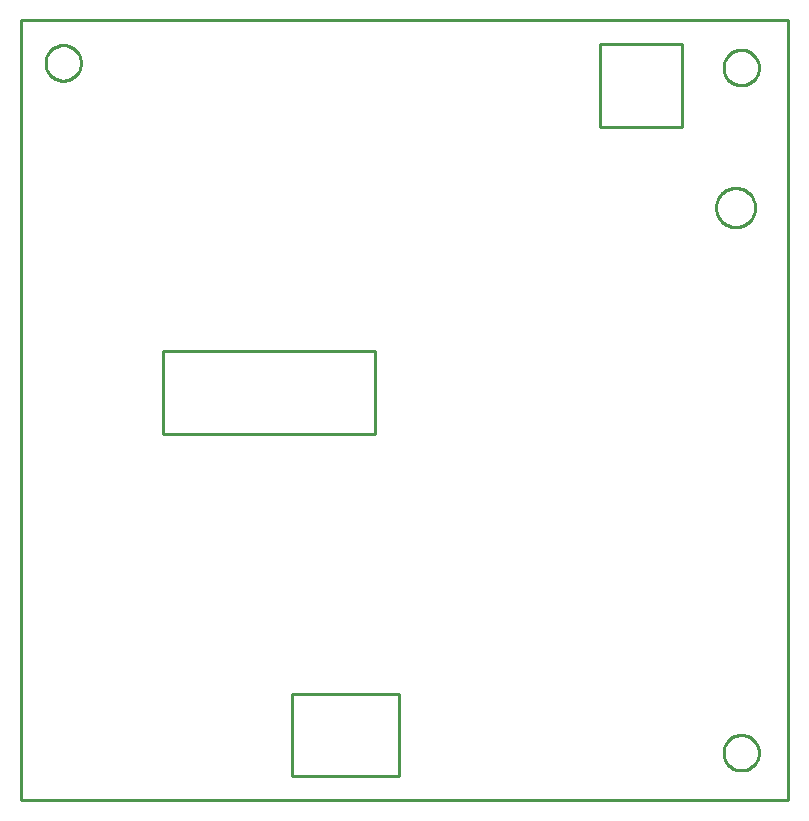
<source format=gbr>
G04 EAGLE Gerber X2 export*
%TF.Part,Single*%
%TF.FileFunction,Profile,NP*%
%TF.FilePolarity,Positive*%
%TF.GenerationSoftware,Autodesk,EAGLE,9.1.2*%
%TF.CreationDate,2018-08-31T13:28:58Z*%
G75*
%MOMM*%
%FSLAX34Y34*%
%LPD*%
%AMOC8*
5,1,8,0,0,1.08239X$1,22.5*%
G01*
%ADD10C,0.254000*%


D10*
X0Y340000D02*
X650000Y340000D01*
X650000Y1000000D01*
X0Y1000000D01*
X0Y340000D01*
X490000Y910000D02*
X560000Y910000D01*
X560000Y980000D01*
X490000Y980000D01*
X490000Y910000D01*
X230000Y360000D02*
X320000Y360000D01*
X320000Y430000D01*
X230000Y430000D01*
X230000Y360000D01*
X120000Y650000D02*
X300000Y650000D01*
X300000Y720000D01*
X120000Y720000D01*
X120000Y650000D01*
X604720Y824990D02*
X603641Y825061D01*
X602569Y825202D01*
X601509Y825413D01*
X600465Y825692D01*
X599441Y826040D01*
X598443Y826454D01*
X597473Y826932D01*
X596537Y827472D01*
X595638Y828073D01*
X594781Y828731D01*
X593968Y829444D01*
X593204Y830208D01*
X592491Y831021D01*
X591833Y831878D01*
X591232Y832777D01*
X590692Y833713D01*
X590214Y834683D01*
X589800Y835681D01*
X589452Y836705D01*
X589173Y837749D01*
X588962Y838809D01*
X588821Y839881D01*
X588750Y840960D01*
X588750Y842040D01*
X588821Y843119D01*
X588962Y844191D01*
X589173Y845251D01*
X589452Y846295D01*
X589800Y847319D01*
X590214Y848317D01*
X590692Y849287D01*
X591232Y850223D01*
X591833Y851122D01*
X592491Y851979D01*
X593204Y852792D01*
X593968Y853557D01*
X594781Y854269D01*
X595638Y854927D01*
X596537Y855528D01*
X597473Y856068D01*
X598443Y856546D01*
X599441Y856960D01*
X600465Y857308D01*
X601509Y857587D01*
X602569Y857798D01*
X603641Y857939D01*
X604720Y858010D01*
X605800Y858010D01*
X606879Y857939D01*
X607951Y857798D01*
X609011Y857587D01*
X610055Y857308D01*
X611079Y856960D01*
X612077Y856546D01*
X613047Y856068D01*
X613983Y855528D01*
X614882Y854927D01*
X615739Y854269D01*
X616552Y853557D01*
X617317Y852792D01*
X618029Y851979D01*
X618687Y851122D01*
X619288Y850223D01*
X619828Y849287D01*
X620306Y848317D01*
X620720Y847319D01*
X621068Y846295D01*
X621347Y845251D01*
X621558Y844191D01*
X621699Y843119D01*
X621770Y842040D01*
X621770Y840960D01*
X621699Y839881D01*
X621558Y838809D01*
X621347Y837749D01*
X621068Y836705D01*
X620720Y835681D01*
X620306Y834683D01*
X619828Y833713D01*
X619288Y832777D01*
X618687Y831878D01*
X618029Y831021D01*
X617317Y830208D01*
X616552Y829444D01*
X615739Y828731D01*
X614882Y828073D01*
X613983Y827472D01*
X613047Y826932D01*
X612077Y826454D01*
X611079Y826040D01*
X610055Y825692D01*
X609011Y825413D01*
X607951Y825202D01*
X606879Y825061D01*
X605800Y824990D01*
X604720Y824990D01*
X625000Y379464D02*
X624924Y378396D01*
X624771Y377335D01*
X624543Y376288D01*
X624241Y375260D01*
X623867Y374256D01*
X623422Y373281D01*
X622908Y372341D01*
X622329Y371440D01*
X621687Y370582D01*
X620985Y369772D01*
X620228Y369015D01*
X619418Y368313D01*
X618560Y367671D01*
X617659Y367092D01*
X616719Y366578D01*
X615744Y366133D01*
X614740Y365759D01*
X613712Y365457D01*
X612665Y365229D01*
X611604Y365076D01*
X610536Y365000D01*
X609464Y365000D01*
X608396Y365076D01*
X607335Y365229D01*
X606288Y365457D01*
X605260Y365759D01*
X604256Y366133D01*
X603281Y366578D01*
X602341Y367092D01*
X601440Y367671D01*
X600582Y368313D01*
X599772Y369015D01*
X599015Y369772D01*
X598313Y370582D01*
X597671Y371440D01*
X597092Y372341D01*
X596578Y373281D01*
X596133Y374256D01*
X595759Y375260D01*
X595457Y376288D01*
X595229Y377335D01*
X595076Y378396D01*
X595000Y379464D01*
X595000Y380536D01*
X595076Y381604D01*
X595229Y382665D01*
X595457Y383712D01*
X595759Y384740D01*
X596133Y385744D01*
X596578Y386719D01*
X597092Y387659D01*
X597671Y388560D01*
X598313Y389418D01*
X599015Y390228D01*
X599772Y390985D01*
X600582Y391687D01*
X601440Y392329D01*
X602341Y392908D01*
X603281Y393422D01*
X604256Y393867D01*
X605260Y394241D01*
X606288Y394543D01*
X607335Y394771D01*
X608396Y394924D01*
X609464Y395000D01*
X610536Y395000D01*
X611604Y394924D01*
X612665Y394771D01*
X613712Y394543D01*
X614740Y394241D01*
X615744Y393867D01*
X616719Y393422D01*
X617659Y392908D01*
X618560Y392329D01*
X619418Y391687D01*
X620228Y390985D01*
X620985Y390228D01*
X621687Y389418D01*
X622329Y388560D01*
X622908Y387659D01*
X623422Y386719D01*
X623867Y385744D01*
X624241Y384740D01*
X624543Y383712D01*
X624771Y382665D01*
X624924Y381604D01*
X625000Y380536D01*
X625000Y379464D01*
X625000Y959464D02*
X624924Y958396D01*
X624771Y957335D01*
X624543Y956288D01*
X624241Y955260D01*
X623867Y954256D01*
X623422Y953281D01*
X622908Y952341D01*
X622329Y951440D01*
X621687Y950582D01*
X620985Y949772D01*
X620228Y949015D01*
X619418Y948313D01*
X618560Y947671D01*
X617659Y947092D01*
X616719Y946578D01*
X615744Y946133D01*
X614740Y945759D01*
X613712Y945457D01*
X612665Y945229D01*
X611604Y945076D01*
X610536Y945000D01*
X609464Y945000D01*
X608396Y945076D01*
X607335Y945229D01*
X606288Y945457D01*
X605260Y945759D01*
X604256Y946133D01*
X603281Y946578D01*
X602341Y947092D01*
X601440Y947671D01*
X600582Y948313D01*
X599772Y949015D01*
X599015Y949772D01*
X598313Y950582D01*
X597671Y951440D01*
X597092Y952341D01*
X596578Y953281D01*
X596133Y954256D01*
X595759Y955260D01*
X595457Y956288D01*
X595229Y957335D01*
X595076Y958396D01*
X595000Y959464D01*
X595000Y960536D01*
X595076Y961604D01*
X595229Y962665D01*
X595457Y963712D01*
X595759Y964740D01*
X596133Y965744D01*
X596578Y966719D01*
X597092Y967659D01*
X597671Y968560D01*
X598313Y969418D01*
X599015Y970228D01*
X599772Y970985D01*
X600582Y971687D01*
X601440Y972329D01*
X602341Y972908D01*
X603281Y973422D01*
X604256Y973867D01*
X605260Y974241D01*
X606288Y974543D01*
X607335Y974771D01*
X608396Y974924D01*
X609464Y975000D01*
X610536Y975000D01*
X611604Y974924D01*
X612665Y974771D01*
X613712Y974543D01*
X614740Y974241D01*
X615744Y973867D01*
X616719Y973422D01*
X617659Y972908D01*
X618560Y972329D01*
X619418Y971687D01*
X620228Y970985D01*
X620985Y970228D01*
X621687Y969418D01*
X622329Y968560D01*
X622908Y967659D01*
X623422Y966719D01*
X623867Y965744D01*
X624241Y964740D01*
X624543Y963712D01*
X624771Y962665D01*
X624924Y961604D01*
X625000Y960536D01*
X625000Y959464D01*
X51000Y963464D02*
X50924Y962396D01*
X50771Y961335D01*
X50543Y960288D01*
X50241Y959260D01*
X49867Y958256D01*
X49422Y957281D01*
X48908Y956341D01*
X48329Y955440D01*
X47687Y954582D01*
X46985Y953772D01*
X46228Y953015D01*
X45418Y952313D01*
X44560Y951671D01*
X43659Y951092D01*
X42719Y950578D01*
X41744Y950133D01*
X40740Y949759D01*
X39712Y949457D01*
X38665Y949229D01*
X37604Y949076D01*
X36536Y949000D01*
X35464Y949000D01*
X34396Y949076D01*
X33335Y949229D01*
X32288Y949457D01*
X31260Y949759D01*
X30256Y950133D01*
X29281Y950578D01*
X28341Y951092D01*
X27440Y951671D01*
X26582Y952313D01*
X25772Y953015D01*
X25015Y953772D01*
X24313Y954582D01*
X23671Y955440D01*
X23092Y956341D01*
X22578Y957281D01*
X22133Y958256D01*
X21759Y959260D01*
X21457Y960288D01*
X21229Y961335D01*
X21076Y962396D01*
X21000Y963464D01*
X21000Y964536D01*
X21076Y965604D01*
X21229Y966665D01*
X21457Y967712D01*
X21759Y968740D01*
X22133Y969744D01*
X22578Y970719D01*
X23092Y971659D01*
X23671Y972560D01*
X24313Y973418D01*
X25015Y974228D01*
X25772Y974985D01*
X26582Y975687D01*
X27440Y976329D01*
X28341Y976908D01*
X29281Y977422D01*
X30256Y977867D01*
X31260Y978241D01*
X32288Y978543D01*
X33335Y978771D01*
X34396Y978924D01*
X35464Y979000D01*
X36536Y979000D01*
X37604Y978924D01*
X38665Y978771D01*
X39712Y978543D01*
X40740Y978241D01*
X41744Y977867D01*
X42719Y977422D01*
X43659Y976908D01*
X44560Y976329D01*
X45418Y975687D01*
X46228Y974985D01*
X46985Y974228D01*
X47687Y973418D01*
X48329Y972560D01*
X48908Y971659D01*
X49422Y970719D01*
X49867Y969744D01*
X50241Y968740D01*
X50543Y967712D01*
X50771Y966665D01*
X50924Y965604D01*
X51000Y964536D01*
X51000Y963464D01*
M02*

</source>
